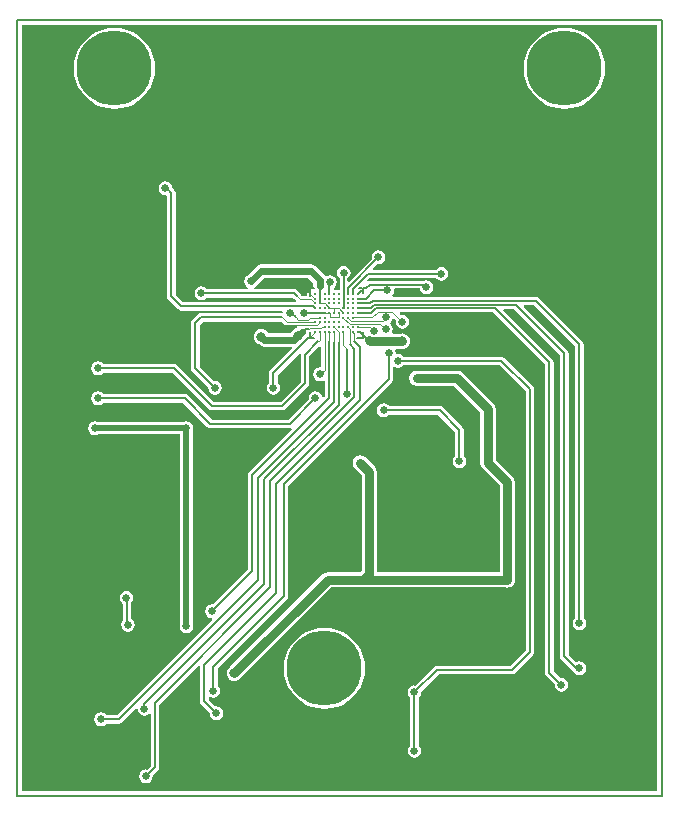
<source format=gtl>
G04*
G04 #@! TF.GenerationSoftware,Altium Limited,Altium Designer,20.2.6 (244)*
G04*
G04 Layer_Physical_Order=1*
G04 Layer_Color=255*
%FSLAX25Y25*%
%MOIN*%
G70*
G04*
G04 #@! TF.SameCoordinates,39434470-8384-4B1D-BF7C-59D8A565AEB1*
G04*
G04*
G04 #@! TF.FilePolarity,Positive*
G04*
G01*
G75*
%ADD12C,0.00500*%
%ADD14C,0.00800*%
%ADD17C,0.00866*%
%ADD18C,0.03000*%
%ADD19C,0.00400*%
%ADD20C,0.02400*%
%ADD21C,0.02000*%
%ADD22C,0.25000*%
%ADD23C,0.02500*%
%ADD24C,0.03200*%
G36*
X213471Y1529D02*
X1529D01*
X1529Y256971D01*
X213471D01*
X213471Y1529D01*
D02*
G37*
%LPC*%
G36*
X182500Y256042D02*
X180382Y255875D01*
X178315Y255379D01*
X176352Y254566D01*
X174540Y253455D01*
X172924Y252076D01*
X171545Y250460D01*
X170434Y248648D01*
X169621Y246685D01*
X169125Y244618D01*
X168958Y242500D01*
X169125Y240382D01*
X169621Y238315D01*
X170434Y236352D01*
X171545Y234540D01*
X172924Y232925D01*
X174540Y231544D01*
X176352Y230434D01*
X178315Y229621D01*
X180382Y229125D01*
X182500Y228958D01*
X184618Y229125D01*
X186685Y229621D01*
X188648Y230434D01*
X190460Y231544D01*
X192076Y232925D01*
X193456Y234540D01*
X194566Y236352D01*
X195379Y238315D01*
X195875Y240382D01*
X196042Y242500D01*
X195875Y244618D01*
X195379Y246685D01*
X194566Y248648D01*
X193456Y250460D01*
X192076Y252076D01*
X190460Y253455D01*
X188648Y254566D01*
X186685Y255379D01*
X184618Y255875D01*
X182500Y256042D01*
D02*
G37*
G36*
X32500D02*
X30382Y255875D01*
X28315Y255379D01*
X26352Y254566D01*
X24540Y253455D01*
X22925Y252076D01*
X21544Y250460D01*
X20434Y248648D01*
X19621Y246685D01*
X19125Y244618D01*
X18958Y242500D01*
X19125Y240382D01*
X19621Y238315D01*
X20434Y236352D01*
X21544Y234540D01*
X22925Y232925D01*
X24540Y231544D01*
X26352Y230434D01*
X28315Y229621D01*
X30382Y229125D01*
X32500Y228958D01*
X34618Y229125D01*
X36685Y229621D01*
X38648Y230434D01*
X40460Y231544D01*
X42075Y232925D01*
X43455Y234540D01*
X44566Y236352D01*
X45379Y238315D01*
X45875Y240382D01*
X46042Y242500D01*
X45875Y244618D01*
X45379Y246685D01*
X44566Y248648D01*
X43455Y250460D01*
X42075Y252076D01*
X40460Y253455D01*
X38648Y254566D01*
X36685Y255379D01*
X34618Y255875D01*
X32500Y256042D01*
D02*
G37*
G36*
X49500Y204794D02*
X48622Y204620D01*
X47878Y204122D01*
X47381Y203378D01*
X47206Y202500D01*
X47381Y201622D01*
X47878Y200878D01*
X48622Y200380D01*
X49500Y200206D01*
X49686Y200243D01*
X50073Y199926D01*
Y166500D01*
X50073Y166500D01*
X50181Y165954D01*
X50491Y165491D01*
X53842Y162139D01*
X54305Y161830D01*
X54851Y161721D01*
X54851Y161721D01*
X88379D01*
X88669Y161310D01*
X88493Y160968D01*
X88221Y160927D01*
X61500D01*
X61500Y160927D01*
X60954Y160819D01*
X60491Y160509D01*
X60491Y160509D01*
X58491Y158509D01*
X58181Y158046D01*
X58073Y157500D01*
X58073Y157500D01*
Y142500D01*
X58073Y142500D01*
X58181Y141954D01*
X58491Y141491D01*
X63752Y136230D01*
X63706Y136000D01*
X63881Y135122D01*
X64378Y134378D01*
X65122Y133880D01*
X66000Y133706D01*
X66878Y133880D01*
X67622Y134378D01*
X68119Y135122D01*
X68294Y136000D01*
X68119Y136878D01*
X67622Y137622D01*
X66878Y138119D01*
X66000Y138294D01*
X65770Y138248D01*
X60927Y143091D01*
Y156909D01*
X62091Y158073D01*
X88197D01*
X89285Y156984D01*
X89682Y156719D01*
X90150Y156626D01*
X93322D01*
X93474Y156126D01*
X93414Y156086D01*
X93117Y155789D01*
X93071Y155783D01*
X92439Y155521D01*
X91896Y155104D01*
X91479Y154561D01*
X91347Y154243D01*
X83799D01*
X83771Y154311D01*
X83354Y154854D01*
X82811Y155271D01*
X82179Y155533D01*
X81500Y155622D01*
X80821Y155533D01*
X80189Y155271D01*
X79646Y154854D01*
X79229Y154311D01*
X78967Y153679D01*
X78878Y153000D01*
X78967Y152321D01*
X79229Y151689D01*
X79646Y151146D01*
X80189Y150729D01*
X80821Y150467D01*
X80867Y150461D01*
X80914Y150414D01*
X81642Y149928D01*
X82500Y149757D01*
X91779D01*
X91970Y149295D01*
X84491Y141816D01*
X84181Y141353D01*
X84073Y140806D01*
X84073Y140806D01*
Y137752D01*
X83878Y137622D01*
X83381Y136878D01*
X83206Y136000D01*
X83381Y135122D01*
X83878Y134378D01*
X84622Y133880D01*
X85500Y133706D01*
X86378Y133880D01*
X87122Y134378D01*
X87619Y135122D01*
X87794Y136000D01*
X87619Y136878D01*
X87122Y137622D01*
X86927Y137752D01*
Y140215D01*
X94150Y147437D01*
X94611Y147191D01*
X94573Y147000D01*
X94573Y147000D01*
Y138091D01*
X87909Y131427D01*
X65591D01*
X53509Y143509D01*
X53046Y143819D01*
X52500Y143927D01*
X52500Y143927D01*
X28752D01*
X28622Y144122D01*
X27878Y144620D01*
X27000Y144794D01*
X26122Y144620D01*
X25378Y144122D01*
X24881Y143378D01*
X24706Y142500D01*
X24881Y141622D01*
X25378Y140878D01*
X26122Y140381D01*
X27000Y140206D01*
X27878Y140381D01*
X28622Y140878D01*
X28752Y141073D01*
X51909D01*
X63991Y128991D01*
X64454Y128681D01*
X65000Y128573D01*
X65000Y128573D01*
X88500D01*
X88500Y128573D01*
X89046Y128681D01*
X89509Y128991D01*
X97009Y136491D01*
X97009Y136491D01*
X97319Y136954D01*
X97427Y137500D01*
X97427Y137500D01*
Y146409D01*
X100858Y149839D01*
X101320Y149648D01*
Y143056D01*
X101000Y142794D01*
X100122Y142620D01*
X99378Y142122D01*
X98881Y141378D01*
X98706Y140500D01*
X98881Y139622D01*
X99378Y138878D01*
X100122Y138381D01*
X101000Y138206D01*
X101878Y138381D01*
X102191Y138590D01*
X102691Y138322D01*
Y133209D01*
X102250Y132769D01*
X101708Y132934D01*
X101619Y133378D01*
X101122Y134122D01*
X100378Y134619D01*
X99500Y134794D01*
X98622Y134619D01*
X97878Y134122D01*
X97381Y133378D01*
X97206Y132500D01*
X97252Y132270D01*
X90409Y125427D01*
X65091D01*
X57009Y133509D01*
X56546Y133819D01*
X56000Y133927D01*
X56000Y133927D01*
X28752D01*
X28622Y134122D01*
X27878Y134619D01*
X27000Y134794D01*
X26122Y134619D01*
X25378Y134122D01*
X24881Y133378D01*
X24706Y132500D01*
X24881Y131622D01*
X25378Y130878D01*
X26122Y130380D01*
X27000Y130206D01*
X27878Y130380D01*
X28622Y130878D01*
X28752Y131073D01*
X55409D01*
X63491Y122991D01*
X63491Y122991D01*
X63954Y122681D01*
X64500Y122573D01*
X64500Y122573D01*
X91000D01*
X91000Y122573D01*
X91433Y122659D01*
X91724Y122255D01*
X91728Y122246D01*
X77491Y108009D01*
X77181Y107546D01*
X77073Y107000D01*
X77073Y107000D01*
Y75591D01*
X65230Y63748D01*
X65000Y63794D01*
X64122Y63619D01*
X63378Y63122D01*
X62881Y62378D01*
X62706Y61500D01*
X62881Y60622D01*
X63378Y59878D01*
X64122Y59381D01*
X64983Y59209D01*
X65120Y59009D01*
X65249Y58768D01*
X33409Y26927D01*
X29752D01*
X29622Y27122D01*
X28878Y27619D01*
X28000Y27794D01*
X27122Y27619D01*
X26378Y27122D01*
X25881Y26378D01*
X25706Y25500D01*
X25881Y24622D01*
X26378Y23878D01*
X27122Y23381D01*
X28000Y23206D01*
X28878Y23381D01*
X29622Y23878D01*
X29752Y24073D01*
X34000D01*
X34000Y24073D01*
X34546Y24181D01*
X35009Y24491D01*
X39768Y29249D01*
X40009Y29120D01*
X40209Y28983D01*
X40380Y28122D01*
X40878Y27378D01*
X41622Y26880D01*
X42500Y26706D01*
X43378Y26880D01*
X44073Y27345D01*
X44573Y27220D01*
Y10091D01*
X43230Y8748D01*
X43000Y8794D01*
X42122Y8619D01*
X41378Y8122D01*
X40881Y7378D01*
X40706Y6500D01*
X40881Y5622D01*
X41378Y4878D01*
X42122Y4381D01*
X43000Y4206D01*
X43878Y4381D01*
X44622Y4878D01*
X45120Y5622D01*
X45294Y6500D01*
X45248Y6730D01*
X47009Y8491D01*
X47009Y8491D01*
X47319Y8954D01*
X47427Y9500D01*
X47427Y9500D01*
Y30409D01*
X60588Y43569D01*
X60678Y43556D01*
X61073Y43347D01*
Y31500D01*
X61073Y31500D01*
X61181Y30954D01*
X61491Y30491D01*
X64252Y27730D01*
X64206Y27500D01*
X64381Y26622D01*
X64878Y25878D01*
X65622Y25381D01*
X66500Y25206D01*
X67378Y25381D01*
X68122Y25878D01*
X68619Y26622D01*
X68794Y27500D01*
X68619Y28378D01*
X68122Y29122D01*
X67378Y29620D01*
X66500Y29794D01*
X66270Y29748D01*
X63927Y32091D01*
Y32814D01*
X64368Y33050D01*
X64622Y32880D01*
X65500Y32706D01*
X66378Y32880D01*
X67122Y33378D01*
X67619Y34122D01*
X67794Y35000D01*
X67619Y35878D01*
X67122Y36622D01*
X66927Y36752D01*
Y42409D01*
X90009Y65491D01*
X90009Y65491D01*
X90319Y65954D01*
X90427Y66500D01*
X90427Y66500D01*
Y103409D01*
X125009Y137991D01*
X125009Y137991D01*
X125319Y138454D01*
X125427Y139000D01*
Y142814D01*
X125868Y143050D01*
X126122Y142880D01*
X127000Y142706D01*
X127878Y142880D01*
X128622Y143378D01*
X128752Y143573D01*
X160909D01*
X169573Y134909D01*
Y48591D01*
X164409Y43427D01*
X140000D01*
X140000Y43427D01*
X139454Y43319D01*
X138991Y43009D01*
X138991Y43009D01*
X132730Y36748D01*
X132500Y36794D01*
X131622Y36619D01*
X130878Y36122D01*
X130380Y35378D01*
X130206Y34500D01*
X130380Y33622D01*
X130878Y32878D01*
X131073Y32748D01*
Y16752D01*
X130878Y16622D01*
X130380Y15878D01*
X130206Y15000D01*
X130380Y14122D01*
X130878Y13378D01*
X131622Y12880D01*
X132500Y12706D01*
X133378Y12880D01*
X134122Y13378D01*
X134619Y14122D01*
X134794Y15000D01*
X134619Y15878D01*
X134122Y16622D01*
X133927Y16752D01*
Y32748D01*
X134122Y32878D01*
X134619Y33622D01*
X134794Y34500D01*
X134748Y34730D01*
X140591Y40573D01*
X165000D01*
X165000Y40573D01*
X165546Y40681D01*
X166009Y40991D01*
X172009Y46991D01*
X172009Y46991D01*
X172319Y47454D01*
X172427Y48000D01*
X172427Y48000D01*
Y135500D01*
X172427Y135500D01*
X172319Y136046D01*
X172009Y136509D01*
X172009Y136509D01*
X162509Y146009D01*
X162046Y146319D01*
X161500Y146427D01*
X161500Y146427D01*
X128752D01*
X128622Y146622D01*
X127878Y147119D01*
X127000Y147294D01*
X126713Y147237D01*
X126263Y147657D01*
X126119Y148378D01*
X126031Y148510D01*
X126267Y148951D01*
X127942D01*
X128500Y148878D01*
X129179Y148967D01*
X129811Y149229D01*
X130354Y149646D01*
X130771Y150189D01*
X131033Y150821D01*
X131122Y151500D01*
X131033Y152179D01*
X130771Y152811D01*
X130354Y153354D01*
X129811Y153771D01*
X129179Y154033D01*
X128500Y154122D01*
X127942Y154049D01*
X125267D01*
X125031Y154490D01*
X125119Y154622D01*
X125294Y155500D01*
X125119Y156378D01*
X124622Y157122D01*
X124431Y157250D01*
Y157750D01*
X124622Y157878D01*
X125119Y158622D01*
X125187Y158959D01*
X125665Y159105D01*
X126300Y158470D01*
X126206Y158000D01*
X126381Y157122D01*
X126878Y156378D01*
X127622Y155880D01*
X128500Y155706D01*
X129378Y155880D01*
X130122Y156378D01*
X130620Y157122D01*
X130794Y158000D01*
X130620Y158878D01*
X130122Y159622D01*
X129378Y160119D01*
X128500Y160294D01*
X128030Y160201D01*
X127570Y160661D01*
X127761Y161123D01*
X158859D01*
X176073Y143909D01*
Y41000D01*
X176073Y41000D01*
X176181Y40454D01*
X176491Y39991D01*
X179252Y37230D01*
X179206Y37000D01*
X179381Y36122D01*
X179878Y35378D01*
X180622Y34881D01*
X181500Y34706D01*
X182378Y34881D01*
X183122Y35378D01*
X183619Y36122D01*
X183794Y37000D01*
X183619Y37878D01*
X183122Y38622D01*
X182378Y39119D01*
X181500Y39294D01*
X181270Y39248D01*
X178927Y41591D01*
Y144500D01*
X178819Y145046D01*
X178509Y145509D01*
X178509Y145509D01*
X162158Y161861D01*
X162349Y162323D01*
X165659D01*
X181073Y146909D01*
Y46500D01*
X181073Y46500D01*
X181181Y45954D01*
X181491Y45491D01*
X185424Y41558D01*
X185878Y40878D01*
X186622Y40380D01*
X187500Y40206D01*
X188378Y40380D01*
X189122Y40878D01*
X189620Y41622D01*
X189794Y42500D01*
X189620Y43378D01*
X189122Y44122D01*
X188378Y44620D01*
X187500Y44794D01*
X186622Y44620D01*
X186488Y44530D01*
X183927Y47091D01*
Y147500D01*
X183927Y147500D01*
X183819Y148046D01*
X183509Y148509D01*
X168958Y163061D01*
X169149Y163523D01*
X172459D01*
X186073Y149909D01*
Y59252D01*
X185878Y59122D01*
X185380Y58378D01*
X185206Y57500D01*
X185380Y56622D01*
X185878Y55878D01*
X186622Y55381D01*
X187500Y55206D01*
X188378Y55381D01*
X189122Y55878D01*
X189620Y56622D01*
X189794Y57500D01*
X189620Y58378D01*
X189122Y59122D01*
X188927Y59252D01*
Y150500D01*
X188927Y150500D01*
X188819Y151046D01*
X188509Y151509D01*
X188509Y151509D01*
X174059Y165959D01*
X173596Y166269D01*
X173050Y166377D01*
X173050Y166377D01*
X125273D01*
X125122Y166877D01*
X125122Y166878D01*
X125619Y167622D01*
X125794Y168500D01*
X125747Y168739D01*
X126064Y169125D01*
X134280D01*
X134380Y168622D01*
X134878Y167878D01*
X135622Y167380D01*
X136500Y167206D01*
X137378Y167380D01*
X138122Y167878D01*
X138619Y168622D01*
X138794Y169500D01*
X138619Y170378D01*
X138122Y171122D01*
X137378Y171619D01*
X136500Y171794D01*
X135749Y171645D01*
X135600Y171675D01*
X117626D01*
X117138Y171578D01*
X116984Y171475D01*
X116666Y171863D01*
X117528Y172725D01*
X139646D01*
X139878Y172378D01*
X140622Y171880D01*
X141500Y171706D01*
X142378Y171880D01*
X143122Y172378D01*
X143620Y173122D01*
X143794Y174000D01*
X143620Y174878D01*
X143122Y175622D01*
X142378Y176119D01*
X141500Y176294D01*
X140622Y176119D01*
X139878Y175622D01*
X139646Y175275D01*
X118730D01*
X118539Y175736D01*
X120090Y177287D01*
X120500Y177206D01*
X121378Y177381D01*
X122122Y177878D01*
X122619Y178622D01*
X122794Y179500D01*
X122619Y180378D01*
X122122Y181122D01*
X121378Y181620D01*
X120500Y181794D01*
X119622Y181620D01*
X118878Y181122D01*
X118380Y180378D01*
X118206Y179500D01*
X118288Y179090D01*
X110636Y171439D01*
X110175Y171630D01*
Y172546D01*
X110522Y172778D01*
X111020Y173522D01*
X111194Y174400D01*
X111020Y175278D01*
X110522Y176022D01*
X109778Y176520D01*
X108900Y176694D01*
X108022Y176520D01*
X107278Y176022D01*
X106781Y175278D01*
X106606Y174400D01*
X106781Y173522D01*
X107278Y172778D01*
X107625Y172546D01*
Y169053D01*
X107268Y168760D01*
X106709Y168648D01*
X106480Y168496D01*
X106252Y168648D01*
X105693Y168760D01*
X105540Y168885D01*
X105559Y169438D01*
X105931Y169687D01*
X106429Y170431D01*
X106603Y171309D01*
X106429Y172187D01*
X105931Y172931D01*
X105187Y173428D01*
X104309Y173603D01*
X103431Y173428D01*
X102912Y173082D01*
X102555Y173618D01*
X99586Y176586D01*
X98858Y177072D01*
X98000Y177243D01*
X81500D01*
X80642Y177072D01*
X79914Y176586D01*
X76595Y173267D01*
X76378Y173122D01*
X75881Y172378D01*
X75706Y171500D01*
X75881Y170622D01*
X76378Y169878D01*
X77052Y169427D01*
X77041Y169140D01*
X76969Y168927D01*
X63252D01*
X63122Y169122D01*
X62378Y169620D01*
X61500Y169794D01*
X60622Y169620D01*
X59878Y169122D01*
X59381Y168378D01*
X59206Y167500D01*
X59381Y166622D01*
X59878Y165878D01*
X60622Y165381D01*
X61500Y165206D01*
X62378Y165381D01*
X63122Y165878D01*
X63252Y166073D01*
X91909D01*
X92491Y165491D01*
X92954Y165181D01*
X92967Y165076D01*
X92535Y164576D01*
X55442D01*
X52927Y167091D01*
Y201000D01*
X52927Y201000D01*
X52819Y201546D01*
X52509Y202009D01*
X51738Y202780D01*
X51619Y203378D01*
X51122Y204122D01*
X50378Y204620D01*
X49500Y204794D01*
D02*
G37*
G36*
X56500Y124794D02*
X55622Y124619D01*
X55502Y124539D01*
X26998D01*
X26878Y124619D01*
X26000Y124794D01*
X25122Y124619D01*
X24378Y124122D01*
X23880Y123378D01*
X23706Y122500D01*
X23880Y121622D01*
X24378Y120878D01*
X25122Y120380D01*
X26000Y120206D01*
X26878Y120380D01*
X26998Y120461D01*
X54461D01*
Y57498D01*
X54381Y57378D01*
X54206Y56500D01*
X54381Y55622D01*
X54878Y54878D01*
X55622Y54381D01*
X56500Y54206D01*
X57378Y54381D01*
X58122Y54878D01*
X58619Y55622D01*
X58794Y56500D01*
X58619Y57378D01*
X58539Y57498D01*
Y121502D01*
X58619Y121622D01*
X58794Y122500D01*
X58619Y123378D01*
X58122Y124122D01*
X57378Y124619D01*
X56500Y124794D01*
D02*
G37*
G36*
X122250Y130794D02*
X121372Y130620D01*
X120628Y130122D01*
X120131Y129378D01*
X119956Y128500D01*
X120131Y127622D01*
X120628Y126878D01*
X121372Y126381D01*
X122250Y126206D01*
X123128Y126381D01*
X123872Y126878D01*
X124002Y127073D01*
X140409D01*
X146073Y121409D01*
Y113252D01*
X145878Y113122D01*
X145380Y112378D01*
X145206Y111500D01*
X145380Y110622D01*
X145878Y109878D01*
X146622Y109380D01*
X147500Y109206D01*
X148378Y109380D01*
X149122Y109878D01*
X149619Y110622D01*
X149794Y111500D01*
X149619Y112378D01*
X149122Y113122D01*
X148927Y113252D01*
Y122000D01*
X148927Y122000D01*
X148819Y122546D01*
X148509Y123009D01*
X148509Y123009D01*
X142009Y129509D01*
X141546Y129819D01*
X141000Y129927D01*
X141000Y129927D01*
X124002D01*
X123872Y130122D01*
X123128Y130620D01*
X122250Y130794D01*
D02*
G37*
G36*
X146811Y141738D02*
X133244D01*
X132269Y141544D01*
X131442Y140991D01*
X130889Y140164D01*
X130695Y139189D01*
X130889Y138213D01*
X131442Y137386D01*
X132269Y136834D01*
X133244Y136640D01*
X145755D01*
X154451Y127944D01*
Y111000D01*
X154645Y110024D01*
X155198Y109198D01*
X160951Y103444D01*
Y74549D01*
X120049D01*
Y108000D01*
X119855Y108976D01*
X119302Y109802D01*
X116302Y112802D01*
X115475Y113355D01*
X114500Y113549D01*
X113524Y113355D01*
X112698Y112802D01*
X112145Y111976D01*
X111951Y111000D01*
X112145Y110024D01*
X112698Y109198D01*
X114951Y106944D01*
Y75056D01*
X114444Y74549D01*
X103625D01*
X102649Y74355D01*
X101823Y73802D01*
X71092Y43072D01*
X70646Y42729D01*
X70229Y42186D01*
X69967Y41554D01*
X69878Y40875D01*
X69967Y40196D01*
X70229Y39564D01*
X70646Y39021D01*
X71189Y38604D01*
X71821Y38342D01*
X72500Y38253D01*
X73179Y38342D01*
X73811Y38604D01*
X74354Y39021D01*
X74697Y39467D01*
X104681Y69451D01*
X162942D01*
X163500Y69378D01*
X164179Y69467D01*
X164811Y69729D01*
X165354Y70146D01*
X165771Y70689D01*
X166033Y71321D01*
X166122Y72000D01*
X166049Y72558D01*
Y104500D01*
X165855Y105475D01*
X165302Y106302D01*
X159549Y112056D01*
Y129000D01*
X159355Y129975D01*
X158802Y130802D01*
X148614Y140991D01*
X147787Y141544D01*
X146811Y141738D01*
D02*
G37*
G36*
X36500Y68294D02*
X35622Y68119D01*
X34878Y67622D01*
X34380Y66878D01*
X34206Y66000D01*
X34380Y65122D01*
X34878Y64378D01*
X35323Y64081D01*
Y58539D01*
X34881Y57878D01*
X34706Y57000D01*
X34881Y56122D01*
X35378Y55378D01*
X36122Y54881D01*
X37000Y54706D01*
X37878Y54881D01*
X38622Y55378D01*
X39119Y56122D01*
X39294Y57000D01*
X39119Y57878D01*
X38622Y58622D01*
X38177Y58919D01*
Y64461D01*
X38620Y65122D01*
X38794Y66000D01*
X38620Y66878D01*
X38122Y67622D01*
X37378Y68119D01*
X36500Y68294D01*
D02*
G37*
G36*
X102500Y56042D02*
X100382Y55875D01*
X98315Y55379D01*
X96352Y54566D01*
X94540Y53456D01*
X92924Y52075D01*
X91545Y50460D01*
X90434Y48648D01*
X89621Y46685D01*
X89125Y44618D01*
X88958Y42500D01*
X89125Y40382D01*
X89621Y38315D01*
X90434Y36352D01*
X91545Y34540D01*
X92924Y32925D01*
X94540Y31545D01*
X96352Y30434D01*
X98315Y29621D01*
X100382Y29125D01*
X102500Y28958D01*
X104618Y29125D01*
X106685Y29621D01*
X108648Y30434D01*
X110460Y31545D01*
X112075Y32925D01*
X113455Y34540D01*
X114566Y36352D01*
X115379Y38315D01*
X115875Y40382D01*
X116042Y42500D01*
X115875Y44618D01*
X115379Y46685D01*
X114566Y48648D01*
X113455Y50460D01*
X112075Y52075D01*
X110460Y53456D01*
X108648Y54566D01*
X106685Y55379D01*
X104618Y55875D01*
X102500Y56042D01*
D02*
G37*
%LPD*%
G36*
X98725Y171102D02*
Y170031D01*
X98733Y169994D01*
X98713Y169971D01*
X98713D01*
Y169386D01*
X97704Y169214D01*
Y167645D01*
X96579Y167645D01*
Y166724D01*
X95007D01*
X94852Y166878D01*
X94819Y167046D01*
X94509Y167509D01*
X93509Y168509D01*
X93046Y168819D01*
X92500Y168927D01*
X92500Y168927D01*
X79031D01*
X78959Y169140D01*
X78948Y169427D01*
X79622Y169878D01*
X79767Y170095D01*
X82429Y172757D01*
X97071D01*
X98725Y171102D01*
D02*
G37*
D12*
X97718Y153024D02*
Y154519D01*
Y152764D02*
Y153024D01*
X117000Y174000D02*
X141500D01*
X111992Y168992D02*
X117000Y174000D01*
X111992Y167298D02*
Y168992D01*
X110417Y169417D02*
X120500Y179500D01*
X110417Y167298D02*
Y169417D01*
X115247Y153768D02*
Y154700D01*
Y153768D02*
X117015Y152000D01*
X97778Y152724D02*
X98886D01*
X115247Y152789D02*
Y153768D01*
X113453Y152729D02*
X115207D01*
X115243Y169234D02*
X116460D01*
X114075Y169274D02*
X115183D01*
X115243Y167479D02*
Y169234D01*
X97713Y166629D02*
Y169210D01*
X97753Y169270D02*
X99000D01*
X116460Y169234D02*
X117626Y170400D01*
X113567Y167298D02*
X114998Y168730D01*
X117626Y170400D02*
X135600D01*
X113567Y154700D02*
X114315D01*
X115247Y153768D01*
X113567Y160999D02*
X118100D01*
X113567Y162574D02*
X117978D01*
X113567Y164149D02*
X117856D01*
X116224Y165724D02*
X119000Y168500D01*
X113587Y165724D02*
X116224D01*
X119000Y168500D02*
X123500D01*
X108862Y162650D02*
X108900Y162613D01*
X108800Y162637D02*
X108862Y162575D01*
X108900Y162688D02*
Y174400D01*
X108862Y162650D02*
X108900Y162688D01*
X104118Y171118D02*
X104309Y171309D01*
X135600Y170400D02*
X136500Y169500D01*
X104118Y167298D02*
Y171118D01*
X100969Y164149D02*
Y170031D01*
X98819Y163149D02*
X99394Y162574D01*
X97851Y163149D02*
X98819D01*
X95574Y160937D02*
X95637Y161000D01*
X102542D01*
X102543Y160999D01*
X108862Y162575D02*
X108900Y162613D01*
X0Y0D02*
X215000D01*
X215000Y258500D02*
X215000Y0D01*
X-0Y258500D02*
X215000D01*
X-0D02*
X0Y0D01*
D14*
X62500Y31500D02*
X66500Y27500D01*
X186500Y42500D02*
X187500D01*
X132500Y15000D02*
Y34500D01*
X43000Y6500D02*
X46000Y9500D01*
Y31000D01*
X42500Y29000D02*
Y30500D01*
X36750Y57250D02*
X37000Y57000D01*
X36750Y57250D02*
Y65750D01*
X36500Y66000D02*
X36750Y65750D01*
X34000Y25500D02*
X80500Y72000D01*
X28000Y25500D02*
X34000D01*
X80500Y72000D02*
Y106000D01*
X27000Y132500D02*
X56000D01*
X64500Y124000D01*
X147500Y111500D02*
Y122000D01*
X61500Y159500D02*
X88500D01*
X59500Y157500D02*
X61500Y159500D01*
X59500Y142500D02*
Y157500D01*
X91000Y124000D02*
X99500Y132500D01*
X64500Y124000D02*
X91000D01*
X96000Y137500D02*
Y147000D01*
X88500Y130000D02*
X96000Y137500D01*
X65000Y130000D02*
X88500D01*
X52500Y142500D02*
X65000Y130000D01*
X127000Y145000D02*
X161500D01*
X78500Y75000D02*
Y107000D01*
X65000Y61500D02*
X78500Y75000D01*
X85500Y136000D02*
Y140806D01*
X97500Y152806D01*
X65500Y43000D02*
X89000Y66500D01*
X65500Y35000D02*
Y43000D01*
X89000Y66500D02*
Y104000D01*
X86500Y67500D02*
Y104000D01*
X62500Y43500D02*
X86500Y67500D01*
X62500Y31500D02*
Y43500D01*
X84500Y69500D02*
Y105000D01*
X46000Y31000D02*
X84500Y69500D01*
X82500Y70500D02*
Y105500D01*
X42500Y30500D02*
X82500Y70500D01*
X122250Y128500D02*
X141000D01*
X147500Y122000D01*
X27000Y142500D02*
X52500D01*
X140000Y42000D02*
X165000D01*
X132500Y34500D02*
X140000Y42000D01*
X187500Y57500D02*
Y150500D01*
X173050Y164950D02*
X187500Y150500D01*
X177500Y41000D02*
X181500Y37000D01*
X177500Y41000D02*
Y144500D01*
X161500Y145000D02*
X171000Y135500D01*
X124000Y139000D02*
Y147500D01*
X89000Y104000D02*
X124000Y139000D01*
X49500Y202500D02*
X50000D01*
X51500Y201000D01*
Y166500D02*
Y201000D01*
X117015Y152000D02*
X117248D01*
X110000Y134000D02*
Y149000D01*
X92500Y167500D02*
X93500Y166500D01*
X61500Y167500D02*
X92500D01*
X59500Y142500D02*
X66000Y136000D01*
X171000Y48000D02*
Y135500D01*
X165000Y42000D02*
X171000Y48000D01*
X96200Y155700D02*
X97500D01*
X95000Y154500D02*
X96200Y155700D01*
X112500Y133000D02*
Y149000D01*
X110900Y150600D02*
X112500Y149000D01*
X92885Y159575D02*
X92925D01*
X91460Y161000D02*
X92885Y159575D01*
X91000Y161000D02*
X91460D01*
X51500Y166500D02*
X54851Y163149D01*
X119651Y162550D02*
X159450D01*
X119154Y163750D02*
X166250D01*
X118657Y164950D02*
X173050D01*
X117856Y164149D02*
X118657Y164950D01*
X117978Y162574D02*
X119154Y163750D01*
X166250D02*
X182500Y147500D01*
X118100Y160999D02*
X119651Y162550D01*
X159450D02*
X177500Y144500D01*
X96000Y147000D02*
X100500Y151500D01*
X104118Y132618D02*
Y151500D01*
X78500Y107000D02*
X104118Y132618D01*
X105693Y131193D02*
Y151307D01*
X80500Y106000D02*
X105693Y131193D01*
X107400Y130400D02*
Y151400D01*
X82500Y105500D02*
X107400Y130400D01*
X84500Y105000D02*
X112500Y133000D01*
X114500Y132000D02*
Y149500D01*
X86500Y104000D02*
X114500Y132000D01*
X112500Y151500D02*
X114500Y149500D01*
X54851Y163149D02*
X97851D01*
X182500Y46500D02*
Y147500D01*
Y46500D02*
X186500Y42500D01*
D17*
X99394Y167298D02*
D03*
X102543D02*
D03*
X104118D02*
D03*
X105693D02*
D03*
X107268D02*
D03*
X110417D02*
D03*
X111992D02*
D03*
X113567D02*
D03*
X99394Y165724D02*
D03*
X102543D02*
D03*
X104118D02*
D03*
X105693D02*
D03*
X107268D02*
D03*
X110417D02*
D03*
X111992D02*
D03*
X113567D02*
D03*
X99394Y164149D02*
D03*
X100969D02*
D03*
X104118D02*
D03*
X105693D02*
D03*
X107268D02*
D03*
X110417D02*
D03*
X111992D02*
D03*
X113567D02*
D03*
X99394Y162574D02*
D03*
X100969D02*
D03*
X102543D02*
D03*
X104118D02*
D03*
X108843D02*
D03*
X110417D02*
D03*
X111992D02*
D03*
X113567D02*
D03*
X102543Y160999D02*
D03*
X104118D02*
D03*
X105693D02*
D03*
X107268D02*
D03*
X108843D02*
D03*
X110417D02*
D03*
X111992D02*
D03*
X113567D02*
D03*
X100969Y159424D02*
D03*
X102543D02*
D03*
X108843D02*
D03*
X110417D02*
D03*
X111992D02*
D03*
X99394Y157850D02*
D03*
X100969D02*
D03*
X102543D02*
D03*
X104118D02*
D03*
X105693D02*
D03*
X107268D02*
D03*
X102543Y156275D02*
D03*
X104118D02*
D03*
X105693D02*
D03*
X107268D02*
D03*
X108843D02*
D03*
X110417D02*
D03*
X111992D02*
D03*
X113567D02*
D03*
X99394Y154700D02*
D03*
X100969D02*
D03*
X102543D02*
D03*
X104118D02*
D03*
X105693D02*
D03*
X108843D02*
D03*
X111992D02*
D03*
X113567D02*
D03*
D18*
X115500Y72000D02*
X163500D01*
X103625D02*
X115500D01*
X72500Y40875D02*
X103625Y72000D01*
X157000Y111000D02*
Y129000D01*
X146811Y139189D02*
X157000Y129000D01*
X133244Y139189D02*
X146811D01*
X157000Y111000D02*
X163500Y104500D01*
Y72000D02*
Y104500D01*
X114500Y111000D02*
X117500Y108000D01*
Y74000D02*
Y108000D01*
X115500Y72000D02*
X117500Y74000D01*
X117748Y151500D02*
X128500D01*
X117248Y152000D02*
X117748Y151500D01*
D19*
X102543Y142043D02*
Y154700D01*
X101000Y140500D02*
X102543Y142043D01*
X97718Y153024D02*
X99394Y154700D01*
X97500Y152806D02*
X97718Y153024D01*
X117725Y156275D02*
X119000Y155000D01*
X121100Y157400D02*
X123000Y155500D01*
X88500Y159500D02*
X90150Y157850D01*
X125150Y161350D02*
X128500Y158000D01*
X88000Y156000D02*
X88568D01*
X89385Y156817D01*
X99935D01*
X100969Y157850D01*
X97500Y155700D02*
X97700Y155900D01*
X101242D01*
X101528Y156186D01*
X90150Y157850D02*
X99394D01*
X110900Y150600D02*
Y155666D01*
X92925Y159575D02*
X93850Y158650D01*
X93500Y166500D02*
X94500Y165500D01*
X98043D02*
X99394Y164149D01*
X94500Y165500D02*
X98043D01*
X93850Y158650D02*
X97050D01*
X97824Y159424D01*
X121891Y158391D02*
X123000Y159500D01*
X111450Y158391D02*
X121891D01*
X120234Y161350D02*
X125150D01*
X118384Y159500D02*
X120234Y161350D01*
X112068Y159500D02*
X118384D01*
X110867Y157400D02*
X121100D01*
X113567Y156275D02*
X117725D01*
X108843Y159424D02*
X110867Y157400D01*
X108800Y150200D02*
X110000Y149000D01*
X112500Y151500D02*
Y154066D01*
X108800Y150200D02*
Y154657D01*
X107400Y151400D02*
Y154568D01*
X105693Y151307D02*
Y154700D01*
X100500Y151500D02*
X100600D01*
X100969Y151868D01*
X105693Y162574D02*
X107268D01*
X104118D02*
X105693D01*
Y160999D02*
Y162574D01*
X96500Y168500D02*
X99276Y165724D01*
X99394D01*
X111992Y154574D02*
X112500Y154066D01*
X111992Y154574D02*
Y154700D01*
X100969Y164149D02*
X102543D01*
X104442Y159500D02*
X107066D01*
X104207Y159734D02*
Y160910D01*
Y159734D02*
X104442Y159500D01*
X104118Y160999D02*
X104207Y160910D01*
X107300Y159734D02*
Y160967D01*
X107066Y159500D02*
X107300Y159734D01*
X107268Y160999D02*
X107300Y160967D01*
X97824Y159424D02*
X100969D01*
Y151868D02*
Y154700D01*
X104118Y151500D02*
Y154700D01*
X104200Y154618D01*
X108800Y154657D02*
X108843Y154700D01*
X110417Y156149D02*
Y156275D01*
Y156149D02*
X110900Y155666D01*
X105693Y156275D02*
X107400Y154568D01*
X110417Y159424D02*
X111450Y158391D01*
X111992Y159424D02*
X112068Y159500D01*
X107268Y162574D02*
X108843Y160999D01*
X102543Y164149D02*
X104118Y162574D01*
X102543Y160999D02*
X104118D01*
X102454Y156186D02*
X102543Y156275D01*
X101528Y156186D02*
X102454D01*
D20*
X98000Y175000D02*
X100969Y172031D01*
X81500Y175000D02*
X98000D01*
X78000Y171500D02*
X81500Y175000D01*
X100969Y170031D02*
Y172031D01*
X81500Y153000D02*
X82500Y152000D01*
X92500D01*
X93750Y153250D01*
X95000Y154500D01*
D21*
X56500Y56500D02*
Y122500D01*
X26000D02*
X56500D01*
D22*
X102500Y42500D02*
D03*
X32500Y242500D02*
D03*
X182500D02*
D03*
D23*
X206000Y142500D02*
D03*
X199000Y132500D02*
D03*
X200000Y72500D02*
D03*
X205500Y62500D02*
D03*
X187500Y42500D02*
D03*
X132500Y34500D02*
D03*
Y15000D02*
D03*
X102500Y9000D02*
D03*
X92500Y17500D02*
D03*
X66500Y27500D02*
D03*
X43000Y6500D02*
D03*
X42500Y29000D02*
D03*
X36500Y66000D02*
D03*
X37000Y57000D02*
D03*
X27500Y72500D02*
D03*
X29000Y172500D02*
D03*
X28000Y192500D02*
D03*
X205500Y222500D02*
D03*
X200000Y192500D02*
D03*
X12500Y15000D02*
D03*
X28000Y25500D02*
D03*
X18996Y82500D02*
D03*
X27000Y132500D02*
D03*
X147500Y111500D02*
D03*
X74000Y118000D02*
D03*
X99500Y144000D02*
D03*
X56500Y56500D02*
D03*
X127000Y145000D02*
D03*
X65000Y61500D02*
D03*
X19000Y207500D02*
D03*
X95500Y96000D02*
D03*
X138750Y110750D02*
D03*
X61500Y178500D02*
D03*
X126600Y185000D02*
D03*
X85500Y136000D02*
D03*
X65500Y35000D02*
D03*
X133244Y139189D02*
D03*
X157000Y111000D02*
D03*
X114500D02*
D03*
X26000Y122500D02*
D03*
X56500D02*
D03*
X27000Y142500D02*
D03*
X187500Y57500D02*
D03*
X181500Y37000D02*
D03*
X121500Y189000D02*
D03*
X124000Y147500D02*
D03*
X119000Y155000D02*
D03*
X123000Y155500D02*
D03*
X49500Y202500D02*
D03*
X139500Y189000D02*
D03*
X110000Y134000D02*
D03*
X195500Y47000D02*
D03*
X38500Y137500D02*
D03*
X81000Y146000D02*
D03*
X61500Y167500D02*
D03*
X108900Y174400D02*
D03*
X104309Y171309D02*
D03*
X134600Y185000D02*
D03*
X136500Y169500D02*
D03*
X141500Y174000D02*
D03*
X123500Y168500D02*
D03*
X120500Y179500D02*
D03*
X128500Y158000D02*
D03*
X144000Y151500D02*
D03*
X148000Y38500D02*
D03*
Y45500D02*
D03*
X63000Y148500D02*
D03*
X122250Y128500D02*
D03*
X101000Y140500D02*
D03*
X99500Y132500D02*
D03*
X78000Y171500D02*
D03*
X88000Y156000D02*
D03*
X91000Y161000D02*
D03*
X66000Y136000D02*
D03*
X123000Y159500D02*
D03*
X61500Y171500D02*
D03*
X96500Y168500D02*
D03*
X95574Y160937D02*
D03*
X61500Y185500D02*
D03*
X63000Y155500D02*
D03*
D24*
X81500Y153000D02*
D03*
X72500Y40875D02*
D03*
X128500Y151500D02*
D03*
X163500Y72000D02*
D03*
X93750Y153250D02*
D03*
M02*

</source>
